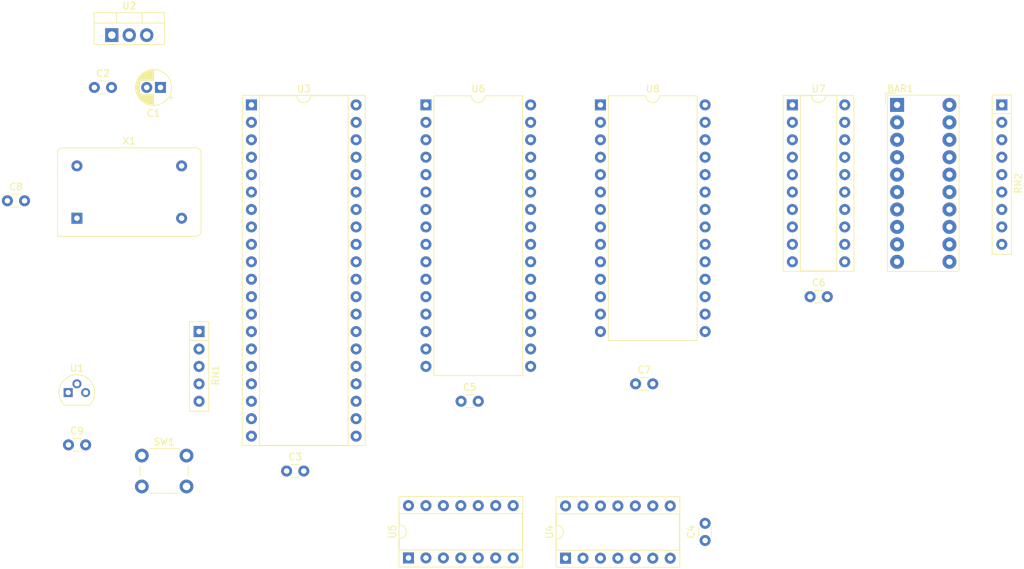
<source format=kicad_pcb>
(kicad_pcb (version 20221018) (generator pcbnew)
  (layers (0 "F.Cu" signal) (31 "B.Cu" signal) (34 "B.Paste" user) (35 "F.Paste" user) (36 "B.SilkS" user "B.Silkscreen") (37 "F.SilkS" user "F.Silkscreen") (38 "B.Mask" user) (39 "F.Mask" user) (44 "Edge.Cuts" user))
  (net 0 "")
  (net 1 "Net-(U7-Q0)")
  (net 2 "Net-(U7-Q1)")
  (net 3 "Net-(U7-Q2)")
  (net 4 "Net-(U7-Q3)")
  (net 5 "Net-(U7-Q4)")
  (net 6 "Net-(U7-Q5)")
  (net 7 "Net-(U7-Q6)")
  (net 8 "Net-(U7-Q7)")
  (net 13 "Net-(RN2-R8)")
  (net 14 "Net-(RN2-R7)")
  (net 15 "Net-(RN2-R6)")
  (net 16 "Net-(RN2-R5)")
  (net 17 "Net-(RN2-R4)")
  (net 18 "Net-(RN2-R3)")
  (net 19 "Net-(RN2-R2)")
  (net 20 "Net-(RN2-R1)")
  (net 21 "+9V")
  (net 22 "GND")
  (net 23 "+5V")
  (net 24 "Net-(RN1-R1)")
  (net 25 "Net-(RN1-R2)")
  (net 26 "Net-(RN1-R3)")
  (net 27 "Net-(RN1-R4)")
  (net 28 "~{RES}")
  (net 29 "A_{11}")
  (net 30 "A_{12}")
  (net 31 "A_{13}")
  (net 32 "A_{14}")
  (net 33 "A_{15}")
  (net 34 "CLK")
  (net 35 "D_{4}")
  (net 36 "D_{3}")
  (net 37 "D_{5}")
  (net 38 "D_{6}")
  (net 39 "D_{2}")
  (net 40 "D_{7}")
  (net 41 "D_{0}")
  (net 42 "D_{1}")
  (net 44 "~{MREQ}")
  (net 45 "~{IORQ}")
  (net 46 "~{RD}")
  (net 47 "~{WD}")
  (net 51 "A_{0}")
  (net 52 "A_{1}")
  (net 53 "A_{2}")
  (net 54 "A_{3}")
  (net 55 "A_{4}")
  (net 56 "A_{5}")
  (net 57 "A_{6}")
  (net 58 "A_{7}")
  (net 59 "A_{8}")
  (net 60 "A_{9}")
  (net 61 "A_{10}")
  (net 62 "Net-(U4-Pad12)")
  (net 63 "RAM~{EN}")
  (net 64 "Net-(U4-Pad13)")
  (net 65 "ROM~{EN}")
  (net 66 "~{M1}")
  (net 67 "Net-(U5-Pad3)")
  (net 68 "IO~{EN}")
  (footprint "Package_DIP:DIP-28_W15.24mm" (layer "F.Cu") (at 104.14 48.26)
    (fp_text reference "U8" (at 7.62 -2.33) (layer "F.SilkS"))
    (fp_text value "27C512")
    (fp_line (start 1.16 -1.33) (end 1.16 34.35) (stroke (width 0.12)) (layer "F.SilkS"))
    (fp_line (start 1.16 34.35) (end 14.08 34.35) (stroke (width 0.12)) (layer "F.SilkS"))
    (fp_line (start 6.62 -1.33) (end 1.16 -1.33) (stroke (width 0.12)) (layer "F.SilkS"))
    (fp_line (start 14.08 -1.33) (end 8.62 -1.33) (stroke (width 0.12)) (layer "F.SilkS"))
    (fp_line (start 14.08 34.35) (end 14.08 -1.33) (stroke (width 0.12)) (layer "F.SilkS"))
    (fp_arc (start 8.62 -1.33) (mid 7.62 -0.33) (end 6.62 -1.33) (stroke (width 0.12)) (layer "F.SilkS"))
    (pad "1" thru_hole rect (at 0 0) (size 1.6 1.6) (drill 0.8) (layers "*.Cu" "*.Mask"))
    (pad "2" thru_hole oval (at 0 2.54) (size 1.6 1.6) (drill 0.8) (layers "*.Cu" "*.Mask") (net 30 "A_{12}"))
    (pad "3" thru_hole oval (at 0 5.08) (size 1.6 1.6) (drill 0.8) (layers "*.Cu" "*.Mask") (net 58 "A_{7}"))
    (pad "4" thru_hole oval (at 0 7.62) (size 1.6 1.6) (drill 0.8) (layers "*.Cu" "*.Mask") (net 57 "A_{6}"))
    (pad "5" thru_hole oval (at 0 10.16) (size 1.6 1.6) (drill 0.8) (layers "*.Cu" "*.Mask") (net 56 "A_{5}"))
    (pad "6" thru_hole oval (at 0 12.7) (size 1.6 1.6) (drill 0.8) (layers "*.Cu" "*.Mask") (net 55 "A_{4}"))
    (pad "7" thru_hole oval (at 0 15.24) (size 1.6 1.6) (drill 0.8) (layers "*.Cu" "*.Mask") (net 54 "A_{3}"))
    (pad "8" thru_hole oval (at 0 17.78) (size 1.6 1.6) (drill 0.8) (layers "*.Cu" "*.Mask") (net 53 "A_{2}"))
    (pad "9" thru_hole oval (at 0 20.32) (size 1.6 1.6) (drill 0.8) (layers "*.Cu" "*.Mask") (net 52 "A_{1}"))
    (pad "10" thru_hole oval (at 0 22.86) (size 1.6 1.6) (drill 0.8) (layers "*.Cu" "*.Mask") (net 51 "A_{0}"))
    (pad "11" thru_hole oval (at 0 25.4) (size 1.6 1.6) (drill 0.8) (layers "*.Cu" "*.Mask") (net 41 "D_{0}"))
    (pad "12" thru_hole oval (at 0 27.94) (size 1.6 1.6) (drill 0.8) (layers "*.Cu" "*.Mask") (net 42 "D_{1}"))
    (pad "13" thru_hole oval (at 0 30.48) (size 1.6 1.6) (drill 0.8) (layers "*.Cu" "*.Mask") (net 39 "D_{2}"))
    (pad "14" thru_hole oval (at 0 33.02) (size 1.6 1.6) (drill 0.8) (layers "*.Cu" "*.Mask") (net 22 "GND"))
    (pad "15" thru_hole oval (at 15.24 33.02) (size 1.6 1.6) (drill 0.8) (layers "*.Cu" "*.Mask") (net 36 "D_{3}"))
    (pad "16" thru_hole oval (at 15.24 30.48) (size 1.6 1.6) (drill 0.8) (layers "*.Cu" "*.Mask") (net 35 "D_{4}"))
    (pad "17" thru_hole oval (at 15.24 27.94) (size 1.6 1.6) (drill 0.8) (layers "*.Cu" "*.Mask") (net 37 "D_{5}"))
    (pad "18" thru_hole oval (at 15.24 25.4) (size 1.6 1.6) (drill 0.8) (layers "*.Cu" "*.Mask") (net 38 "D_{6}"))
    (pad "19" thru_hole oval (at 15.24 22.86) (size 1.6 1.6) (drill 0.8) (layers "*.Cu" "*.Mask") (net 40 "D_{7}"))
    (pad "20" thru_hole oval (at 15.24 20.32) (size 1.6 1.6) (drill 0.8) (layers "*.Cu" "*.Mask") (net 65 "ROM~{EN}"))
    (pad "21" thru_hole oval (at 15.24 17.78) (size 1.6 1.6) (drill 0.8) (layers "*.Cu" "*.Mask") (net 61 "A_{10}"))
    (pad "22" thru_hole oval (at 15.24 15.24) (size 1.6 1.6) (drill 0.8) (layers "*.Cu" "*.Mask") (net 46 "~{RD}"))
    (pad "23" thru_hole oval (at 15.24 12.7) (size 1.6 1.6) (drill 0.8) (layers "*.Cu" "*.Mask") (net 29 "A_{11}"))
    (pad "24" thru_hole oval (at 15.24 10.16) (size 1.6 1.6) (drill 0.8) (layers "*.Cu" "*.Mask") (net 60 "A_{9}"))
    (pad "25" thru_hole oval (at 15.24 7.62) (size 1.6 1.6) (drill 0.8) (layers "*.Cu" "*.Mask") (net 59 "A_{8}"))
    (pad "26" thru_hole oval (at 15.24 5.08) (size 1.6 1.6) (drill 0.8) (layers "*.Cu" "*.Mask") (net 31 "A_{13}"))
    (pad "27" thru_hole oval (at 15.24 2.54) (size 1.6 1.6) (drill 0.8) (layers "*.Cu" "*.Mask") (net 32 "A_{14}"))
    (pad "28" thru_hole oval (at 15.24 0) (size 1.6 1.6) (drill 0.8) (layers "*.Cu" "*.Mask") (net 23 "+5V"))
  )
  (footprint "Capacitor_THT:C_Disc_D3.0mm_W1.6mm_P2.50mm" (layer "F.Cu") (at 83.86 91.44)
    (fp_text reference "C5" (at 1.25 -2.05) (layer "F.SilkS"))
    (fp_text value "0.1uF")
    (fp_line (start 0.621 -0.92) (end 1.879 -0.92) (stroke (width 0.12)) (layer "F.SilkS"))
    (fp_line (start 0.621 0.92) (end 1.879 0.92) (stroke (width 0.12)) (layer "F.SilkS"))
    (pad "1" thru_hole circle (at 0 0) (size 1.6 1.6) (drill 0.8) (layers "*.Cu" "*.Mask") (net 23 "+5V"))
    (pad "2" thru_hole circle (at 2.5 0) (size 1.6 1.6) (drill 0.8) (layers "*.Cu" "*.Mask") (net 22 "GND"))
  )
  (footprint "Package_DIP:DIP-40_W15.24mm_Socket" (layer "F.Cu") (at 53.34 48.26)
    (fp_text reference "U3" (at 7.62 -2.33) (layer "F.SilkS"))
    (fp_text value "Z80CPU")
    (fp_line (start -1.33 -1.39) (end -1.33 49.65) (stroke (width 0.12)) (layer "F.SilkS"))
    (fp_line (start -1.33 49.65) (end 16.57 49.65) (stroke (width 0.12)) (layer "F.SilkS"))
    (fp_line (start 1.16 -1.33) (end 1.16 49.59) (stroke (width 0.12)) (layer "F.SilkS"))
    (fp_line (start 1.16 49.59) (end 14.08 49.59) (stroke (width 0.12)) (layer "F.SilkS"))
    (fp_line (start 6.62 -1.33) (end 1.16 -1.33) (stroke (width 0.12)) (layer "F.SilkS"))
    (fp_line (start 14.08 -1.33) (end 8.62 -1.33) (stroke (width 0.12)) (layer "F.SilkS"))
    (fp_line (start 14.08 49.59) (end 14.08 -1.33) (stroke (width 0.12)) (layer "F.SilkS"))
    (fp_line (start 16.57 -1.39) (end -1.33 -1.39) (stroke (width 0.12)) (layer "F.SilkS"))
    (fp_line (start 16.57 49.65) (end 16.57 -1.39) (stroke (width 0.12)) (layer "F.SilkS"))
    (fp_arc (start 8.62 -1.33) (mid 7.62 -0.33) (end 6.62 -1.33) (stroke (width 0.12)) (layer "F.SilkS"))
    (pad "1" thru_hole rect (at 0 0) (size 1.6 1.6) (drill 0.8) (layers "*.Cu" "*.Mask") (net 29 "A_{11}"))
    (pad "2" thru_hole oval (at 0 2.54) (size 1.6 1.6) (drill 0.8) (layers "*.Cu" "*.Mask") (net 30 "A_{12}"))
    (pad "3" thru_hole oval (at 0 5.08) (size 1.6 1.6) (drill 0.8) (layers "*.Cu" "*.Mask") (net 31 "A_{13}"))
    (pad "4" thru_hole oval (at 0 7.62) (size 1.6 1.6) (drill 0.8) (layers "*.Cu" "*.Mask") (net 32 "A_{14}"))
    (pad "5" thru_hole oval (at 0 10.16) (size 1.6 1.6) (drill 0.8) (layers "*.Cu" "*.Mask") (net 33 "A_{15}"))
    (pad "6" thru_hole oval (at 0 12.7) (size 1.6 1.6) (drill 0.8) (layers "*.Cu" "*.Mask") (net 34 "CLK"))
    (pad "7" thru_hole oval (at 0 15.24) (size 1.6 1.6) (drill 0.8) (layers "*.Cu" "*.Mask") (net 35 "D_{4}"))
    (pad "8" thru_hole oval (at 0 17.78) (size 1.6 1.6) (drill 0.8) (layers "*.Cu" "*.Mask") (net 36 "D_{3}"))
    (pad "9" thru_hole oval (at 0 20.32) (size 1.6 1.6) (drill 0.8) (layers "*.Cu" "*.Mask") (net 37 "D_{5}"))
    (pad "10" thru_hole oval (at 0 22.86) (size 1.6 1.6) (drill 0.8) (layers "*.Cu" "*.Mask") (net 38 "D_{6}"))
    (pad "11" thru_hole oval (at 0 25.4) (size 1.6 1.6) (drill 0.8) (layers "*.Cu" "*.Mask") (net 23 "+5V"))
    (pad "12" thru_hole oval (at 0 27.94) (size 1.6 1.6) (drill 0.8) (layers "*.Cu" "*.Mask") (net 39 "D_{2}"))
    (pad "13" thru_hole oval (at 0 30.48) (size 1.6 1.6) (drill 0.8) (layers "*.Cu" "*.Mask") (net 40 "D_{7}"))
    (pad "14" thru_hole oval (at 0 33.02) (size 1.6 1.6) (drill 0.8) (layers "*.Cu" "*.Mask") (net 41 "D_{0}"))
    (pad "15" thru_hole oval (at 0 35.56) (size 1.6 1.6) (drill 0.8) (layers "*.Cu" "*.Mask") (net 42 "D_{1}"))
    (pad "16" thru_hole oval (at 0 38.1) (size 1.6 1.6) (drill 0.8) (layers "*.Cu" "*.Mask") (net 26 "Net-(RN1-R3)"))
    (pad "17" thru_hole oval (at 0 40.64) (size 1.6 1.6) (drill 0.8) (layers "*.Cu" "*.Mask") (net 27 "Net-(RN1-R4)"))
    (pad "18" thru_hole oval (at 0 43.18) (size 1.6 1.6) (drill 0.8) (layers "*.Cu" "*.Mask"))
    (pad "19" thru_hole oval (at 0 45.72) (size 1.6 1.6) (drill 0.8) (layers "*.Cu" "*.Mask") (net 44 "~{MREQ}"))
    (pad "20" thru_hole oval (at 0 48.26) (size 1.6 1.6) (drill 0.8) (layers "*.Cu" "*.Mask") (net 45 "~{IORQ}"))
    (pad "21" thru_hole oval (at 15.24 48.26) (size 1.6 1.6) (drill 0.8) (layers "*.Cu" "*.Mask") (net 46 "~{RD}"))
    (pad "22" thru_hole oval (at 15.24 45.72) (size 1.6 1.6) (drill 0.8) (layers "*.Cu" "*.Mask") (net 47 "~{WD}"))
    (pad "23" thru_hole oval (at 15.24 43.18) (size 1.6 1.6) (drill 0.8) (layers "*.Cu" "*.Mask"))
    (pad "24" thru_hole oval (at 15.24 40.64) (size 1.6 1.6) (drill 0.8) (layers "*.Cu" "*.Mask") (net 25 "Net-(RN1-R2)"))
    (pad "25" thru_hole oval (at 15.24 38.1) (size 1.6 1.6) (drill 0.8) (layers "*.Cu" "*.Mask") (net 24 "Net-(RN1-R1)"))
    (pad "26" thru_hole oval (at 15.24 35.56) (size 1.6 1.6) (drill 0.8) (layers "*.Cu" "*.Mask") (net 28 "~{RES}"))
    (pad "27" thru_hole oval (at 15.24 33.02) (size 1.6 1.6) (drill 0.8) (layers "*.Cu" "*.Mask") (net 66 "~{M1}"))
    (pad "28" thru_hole oval (at 15.24 30.48) (size 1.6 1.6) (drill 0.8) (layers "*.Cu" "*.Mask"))
    (pad "29" thru_hole oval (at 15.24 27.94) (size 1.6 1.6) (drill 0.8) (layers "*.Cu" "*.Mask") (net 22 "GND"))
    (pad "30" thru_hole oval (at 15.24 25.4) (size 1.6 1.6) (drill 0.8) (layers "*.Cu" "*.Mask") (net 51 "A_{0}"))
    (pad "31" thru_hole oval (at 15.24 22.86) (size 1.6 1.6) (drill 0.8) (layers "*.Cu" "*.Mask") (net 52 "A_{1}"))
    (pad "32" thru_hole oval (at 15.24 20.32) (size 1.6 1.6) (drill 0.8) (layers "*.Cu" "*.Mask") (net 53 "A_{2}"))
    (pad "33" thru_hole oval (at 15.24 17.78) (size 1.6 1.6) (drill 0.8) (layers "*.Cu" "*.Mask") (net 54 "A_{3}"))
    (pad "34" thru_hole oval (at 15.24 15.24) (size 1.6 1.6) (drill 0.8) (layers "*.Cu" "*.Mask") (net 55 "A_{4}"))
    (pad "35" thru_hole oval (at 15.24 12.7) (size 1.6 1.6) (drill 0.8) (layers "*.Cu" "*.Mask") (net 56 "A_{5}"))
    (pad "36" thru_hole oval (at 15.24 10.16) (size 1.6 1.6) (drill 0.8) (layers "*.Cu" "*.Mask") (net 57 "A_{6}"))
    (pad "37" thru_hole oval (at 15.24 7.62) (size 1.6 1.6) (drill 0.8) (layers "*.Cu" "*.Mask") (net 58 "A_{7}"))
    (pad "38" thru_hole oval (at 15.24 5.08) (size 1.6 1.6) (drill 0.8) (layers "*.Cu" "*.Mask") (net 59 "A_{8}"))
    (pad "39" thru_hole oval (at 15.24 2.54) (size 1.6 1.6) (drill 0.8) (layers "*.Cu" "*.Mask") (net 60 "A_{9}"))
    (pad "40" thru_hole oval (at 15.24 0) (size 1.6 1.6) (drill 0.8) (layers "*.Cu" "*.Mask") (net 61 "A_{10}"))
  )
  (footprint "Capacitor_THT:C_Disc_D3.0mm_W1.6mm_P2.50mm" (layer "F.Cu") (at 134.66 76.2)
    (fp_text reference "C6" (at 1.25 -2.05) (layer "F.SilkS"))
    (fp_text value "0.1uF")
    (fp_line (start 0.621 -0.92) (end 1.879 -0.92) (stroke (width 0.12)) (layer "F.SilkS"))
    (fp_line (start 0.621 0.92) (end 1.879 0.92) (stroke (width 0.12)) (layer "F.SilkS"))
    (pad "1" thru_hole circle (at 0 0) (size 1.6 1.6) (drill 0.8) (layers "*.Cu" "*.Mask") (net 23 "+5V"))
    (pad "2" thru_hole circle (at 2.5 0) (size 1.6 1.6) (drill 0.8) (layers "*.Cu" "*.Mask") (net 22 "GND"))
  )
  (footprint "Capacitor_THT:C_Disc_D3.0mm_W1.6mm_P2.50mm" (layer "F.Cu") (at 58.46 101.6)
    (fp_text reference "C3" (at 1.25 -2.05) (layer "F.SilkS"))
    (fp_text value "0.1uF")
    (fp_line (start 0.621 -0.92) (end 1.879 -0.92) (stroke (width 0.12)) (layer "F.SilkS"))
    (fp_line (start 0.621 0.92) (end 1.879 0.92) (stroke (width 0.12)) (layer "F.SilkS"))
    (pad "1" thru_hole circle (at 0 0) (size 1.6 1.6) (drill 0.8) (layers "*.Cu" "*.Mask") (net 23 "+5V"))
    (pad "2" thru_hole circle (at 2.5 0) (size 1.6 1.6) (drill 0.8) (layers "*.Cu" "*.Mask") (net 22 "GND"))
  )
  (footprint "Button_Switch_THT:SW_PUSH_6mm" (layer "F.Cu") (at 37.39 99.35)
    (fp_text reference "SW1" (at 3.25 -2) (layer "F.SilkS"))
    (fp_text value "Reset")
    (fp_line (start -0.25 1.5) (end -0.25 3) (stroke (width 0.12)) (layer "F.SilkS"))
    (fp_line (start 1 5.5) (end 5.5 5.5) (stroke (width 0.12)) (layer "F.SilkS"))
    (fp_line (start 5.5 -1) (end 1 -1) (stroke (width 0.12)) (layer "F.SilkS"))
    (fp_line (start 6.75 3) (end 6.75 1.5) (stroke (width 0.12)) (layer "F.SilkS"))
    (pad "1" thru_hole circle (at 0 0 90) (size 2 2) (drill 1.1) (layers "*.Cu" "*.Mask"))
    (pad "1" thru_hole circle (at 6.5 0 90) (size 2 2) (drill 1.1) (layers "*.Cu" "*.Mask"))
    (pad "2" thru_hole circle (at 0 4.5 90) (size 2 2) (drill 1.1) (layers "*.Cu" "*.Mask") (net 28 "~{RES}"))
    (pad "2" thru_hole circle (at 6.5 4.5 90) (size 2 2) (drill 1.1) (layers "*.Cu" "*.Mask") (net 28 "~{RES}"))
  )
  (footprint "Resistor_THT:R_Array_SIP5" (layer "F.Cu") (at 45.72 81.28 -90)
    (fp_text reference "RN1" (at 6.35 -2.4 90) (layer "F.SilkS"))
    (fp_text value "5K")
    (fp_line (start -1.44 -1.4) (end -1.44 1.4) (stroke (width 0.12)) (layer "F.SilkS"))
    (fp_line (start -1.44 1.4) (end 11.6 1.4) (stroke (width 0.12)) (layer "F.SilkS"))
    (fp_line (start 1.27 -1.4) (end 1.27 1.4) (stroke (width 0.12)) (layer "F.SilkS"))
    (fp_line (start 11.6 -1.4) (end -1.44 -1.4) (stroke (width 0.12)) (layer "F.SilkS"))
    (fp_line (start 11.6 1.4) (end 11.6 -1.4) (stroke (width 0.12)) (layer "F.SilkS"))
    (pad "1" thru_hole rect (at 0 0 270) (size 1.6 1.6) (drill 0.8) (layers "*.Cu" "*.Mask") (net 23 "+5V"))
    (pad "2" thru_hole oval (at 2.54 0 270) (size 1.6 1.6) (drill 0.8) (layers "*.Cu" "*.Mask") (net 24 "Net-(RN1-R1)"))
    (pad "3" thru_hole oval (at 5.08 0 270) (size 1.6 1.6) (drill 0.8) (layers "*.Cu" "*.Mask") (net 25 "Net-(RN1-R2)"))
    (pad "4" thru_hole oval (at 7.62 0 270) (size 1.6 1.6) (drill 0.8) (layers "*.Cu" "*.Mask") (net 26 "Net-(RN1-R3)"))
    (pad "5" thru_hole oval (at 10.16 0 270) (size 1.6 1.6) (drill 0.8) (layers "*.Cu" "*.Mask") (net 27 "Net-(RN1-R4)"))
  )
  (footprint "Package_DIP:DIP-14_W7.62mm_Socket" (layer "F.Cu") (at 99.06 114.3 90)
    (fp_text reference "U4" (at 3.81 -2.33 90) (layer "F.SilkS"))
    (fp_text value "74HC00")
    (fp_line (start -1.33 -1.39) (end -1.33 16.63) (stroke (width 0.12)) (layer "F.SilkS"))
    (fp_line (start -1.33 16.63) (end 8.95 16.63) (stroke (width 0.12)) (layer "F.SilkS"))
    (fp_line (start 1.16 -1.33) (end 1.16 16.57) (stroke (width 0.12)) (layer "F.SilkS"))
    (fp_line (start 1.16 16.57) (end 6.46 16.57) (stroke (width 0.12)) (layer "F.SilkS"))
    (fp_line (start 2.81 -1.33) (end 1.16 -1.33) (stroke (width 0.12)) (layer "F.SilkS"))
    (fp_line (start 6.46 -1.33) (end 4.81 -1.33) (stroke (width 0.12)) (layer "F.SilkS"))
    (fp_line (start 6.46 16.57) (end 6.46 -1.33) (stroke (width 0.12)) (layer "F.SilkS"))
    (fp_line (start 8.95 -1.39) (end -1.33 -1.39) (stroke (width 0.12)) (layer "F.SilkS"))
    (fp_line (start 8.95 16.63) (end 8.95 -1.39) (stroke (width 0.12)) (layer "F.SilkS"))
    (fp_arc (start 4.81 -1.33) (mid 3.81 -0.33) (end 2.81 -1.33) (stroke (width 0.12)) (layer "F.SilkS"))
    (pad "1" thru_hole rect (at 0 0 90) (size 1.6 1.6) (drill 0.8) (layers "*.Cu" "*.Mask") (net 44 "~{MREQ}"))
    (pad "2" thru_hole oval (at 0 2.54 90) (size 1.6 1.6) (drill 0.8) (layers "*.Cu" "*.Mask") (net 44 "~{MREQ}"))
    (pad "3" thru_hole oval (at 0 5.08 90) (size 1.6 1.6) (drill 0.8) (layers "*.Cu" "*.Mask") (net 62 "Net-(U4-Pad12)"))
    (pad "4" thru_hole oval (at 0 7.62 90) (size 1.6 1.6) (drill 0.8) (layers "*.Cu" "*.Mask") (net 62 "Net-(U4-Pad12)"))
    (pad "5" thru_hole oval (at 0 10.16 90) (size 1.6 1.6) (drill 0.8) (layers "*.Cu" "*.Mask") (net 33 "A_{15}"))
    (pad "6" thru_hole oval (at 0 12.7 90) (size 1.6 1.6) (drill 0.8) (layers "*.Cu" "*.Mask") (net 63 "RAM~{EN}"))
    (pad "7" thru_hole oval (at 0 15.24 90) (size 1.6 1.6) (drill 0.8) (layers "*.Cu" "*.Mask") (net 22 "GND"))
    (pad "8" thru_hole oval (at 7.62 15.24 90) (size 1.6 1.6) (drill 0.8) (layers "*.Cu" "*.Mask") (net 64 "Net-(U4-Pad13)"))
    (pad "9" thru_hole oval (at 7.62 12.7 90) (size 1.6 1.6) (drill 0.8) (layers "*.Cu" "*.Mask") (net 33 "A_{15}"))
    (pad "10" thru_hole oval (at 7.62 10.16 90) (size 1.6 1.6) (drill 0.8) (layers "*.Cu" "*.Mask") (net 33 "A_{15}"))
    (pad "11" thru_hole oval (at 7.62 7.62 90) (size 1.6 1.6) (drill 0.8) (layers "*.Cu" "*.Mask") (net 65 "ROM~{EN}"))
    (pad "12" thru_hole oval (at 7.62 5.08 90) (size 1.6 1.6) (drill 0.8) (layers "*.Cu" "*.Mask") (net 62 "Net-(U4-Pad12)"))
    (pad "13" thru_hole oval (at 7.62 2.54 90) (size 1.6 1.6) (drill 0.8) (layers "*.Cu" "*.Mask") (net 64 "Net-(U4-Pad13)"))
    (pad "14" thru_hole oval (at 7.62 0 90) (size 1.6 1.6) (drill 0.8) (layers "*.Cu" "*.Mask") (net 23 "+5V"))
  )
  (footprint "Capacitor_THT:C_Disc_D3.0mm_W1.6mm_P2.50mm" (layer "F.Cu") (at 30.48 45.72)
    (fp_text reference "C2" (at 1.25 -2.05) (layer "F.SilkS"))
    (fp_text value "0.1uF")
    (fp_line (start 0.621 -0.92) (end 1.879 -0.92) (stroke (width 0.12)) (layer "F.SilkS"))
    (fp_line (start 0.621 0.92) (end 1.879 0.92) (stroke (width 0.12)) (layer "F.SilkS"))
    (pad "1" thru_hole circle (at 0 0) (size 1.6 1.6) (drill 0.8) (layers "*.Cu" "*.Mask") (net 23 "+5V"))
    (pad "2" thru_hole circle (at 2.5 0) (size 1.6 1.6) (drill 0.8) (layers "*.Cu" "*.Mask") (net 22 "GND"))
  )
  (footprint "Oscillator:Oscillator_DIP-14" (layer "F.Cu") (at 27.94 64.77)
    (fp_text reference "X1" (at 7.62 -11.26) (layer "F.SilkS"))
    (fp_text value "4 MHz")
    (fp_line (start -2.83 -9.51) (end -2.83 2.64) (stroke (width 0.12)) (layer "F.SilkS"))
    (fp_line (start -2.83 2.64) (end 17.32 2.64) (stroke (width 0.12)) (layer "F.SilkS"))
    (fp_line (start 17.32 -10.26) (end -2.08 -10.26) (stroke (width 0.12)) (layer "F.SilkS"))
    (fp_line (start 18.07 1.89) (end 18.07 -9.51) (stroke (width 0.12)) (layer "F.SilkS"))
    (fp_arc (start -2.83 -9.51) (mid -2.61033 -10.04033) (end -2.08 -10.26) (stroke (width 0.12)) (layer "F.SilkS"))
    (fp_arc (start 17.32 -10.26) (mid 17.85033 -10.04033) (end 18.07 -9.51) (stroke (width 0.12)) (layer "F.SilkS"))
    (fp_arc (start 18.07 1.89) (mid 17.85033 2.42033) (end 17.32 2.64) (stroke (width 0.12)) (layer "F.SilkS"))
    (pad "1" thru_hole rect (at 0 0) (size 1.6 1.6) (drill 0.8) (layers "*.Cu" "*.Mask"))
    (pad "7" thru_hole circle (at 15.24 0) (size 1.6 1.6) (drill 0.8) (layers "*.Cu" "*.Mask") (net 22 "GND"))
    (pad "8" thru_hole circle (at 15.24 -7.62) (size 1.6 1.6) (drill 0.8) (layers "*.Cu" "*.Mask") (net 34 "CLK"))
    (pad "14" thru_hole circle (at 0 -7.62) (size 1.6 1.6) (drill 0.8) (layers "*.Cu" "*.Mask") (net 23 "+5V"))
  )
  (footprint "Package_DIP:DIP-20_W7.62mm_Socket" (layer "F.Cu") (at 132.08 48.26)
    (fp_text reference "U7" (at 3.81 -2.33) (layer "F.SilkS"))
    (fp_text value "74HC273")
    (fp_line (start -1.33 -1.39) (end -1.33 24.25) (stroke (width 0.12)) (layer "F.SilkS"))
    (fp_line (start -1.33 24.25) (end 8.95 24.25) (stroke (width 0.12)) (layer "F.SilkS"))
    (fp_line (start 1.16 -1.33) (end 1.16 24.19) (stroke (width 0.12)) (layer "F.SilkS"))
    (fp_line (start 1.16 24.19) (end 6.46 24.19) (stroke (width 0.12)) (layer "F.SilkS"))
    (fp_line (start 2.81 -1.33) (end 1.16 -1.33) (stroke (width 0.12)) (layer "F.SilkS"))
    (fp_line (start 6.46 -1.33) (end 4.81 -1.33) (stroke (width 0.12)) (layer "F.SilkS"))
    (fp_line (start 6.46 24.19) (end 6.46 -1.33) (stroke (width 0.12)) (layer "F.SilkS"))
    (fp_line (start 8.95 -1.39) (end -1.33 -1.39) (stroke (width 0.12)) (layer "F.SilkS"))
    (fp_line (start 8.95 24.25) (end 8.95 -1.39) (stroke (width 0.12)) (layer "F.SilkS"))
    (fp_arc (start 4.81 -1.33) (mid 3.81 -0.33) (end 2.81 -1.33) (stroke (width 0.12)) (layer "F.SilkS"))
    (pad "1" thru_hole rect (at 0 0) (size 1.6 1.6) (drill 0.8) (layers "*.Cu" "*.Mask") (net 28 "~{RES}"))
    (pad "2" thru_hole oval (at 0 2.54) (size 1.6 1.6) (drill 0.8) (layers "*.Cu" "*.Mask") (net 1 "Net-(U7-Q0)"))
    (pad "3" thru_hole oval (at 0 5.08) (size 1.6 1.6) (drill 0.8) (layers "*.Cu" "*.Mask") (net 41 "D_{0}"))
    (pad "4" thru_hole oval (at 0 7.62) (size 1.6 1.6) (drill 0.8) (layers "*.Cu" "*.Mask") (net 42 "D_{1}"))
    (pad "5" thru_hole oval (at 0 10.16) (size 1.6 1.6) (drill 0.8) (layers "*.Cu" "*.Mask") (net 2 "Net-(U7-Q1)"))
    (pad "6" thru_hole oval (at 0 12.7) (size 1.6 1.6) (drill 0.8) (layers "*.Cu" "*.Mask") (net 3 "Net-(U7-Q2)"))
    (pad "7" thru_hole oval (at 0 15.24) (size 1.6 1.6) (drill 0.8) (layers "*.Cu" "*.Mask") (net 39 "D_{2}"))
    (pad "8" thru_hole oval (at 0 17.78) (size 1.6 1.6) (drill 0.8) (layers "*.Cu" "*.Mask") (net 36 "D_{3}"))
    (pad "9" thru_hole oval (at 0 20.32) (size 1.6 1.6) (drill 0.8) (layers "*.Cu" "*.Mask") (net 4 "Net-(U7-Q3)"))
    (pad "10" thru_hole oval (at 0 22.86) (size 1.6 1.6) (drill 0.8) (layers "*.Cu" "*.Mask") (net 22 "GND"))
    (pad "11" thru_hole oval (at 7.62 22.86) (size 1.6 1.6) (drill 0.8) (layers "*.Cu" "*.Mask") (net 68 "IO~{EN}"))
    (pad "12" thru_hole oval (at 7.62 20.32) (size 1.6 1.6) (drill 0.8) (layers "*.Cu" "*.Mask") (net 5 "Net-(U7-Q4)"))
    (pad "13" thru_hole oval (at 7.62 17.78) (size 1.6 1.6) (drill 0.8) (layers "*.Cu" "*.Mask") (net 35 "D_{4}"))
    (pad "14" thru_hole oval (at 7.62 15.24) (size 1.6 1.6) (drill 0.8) (layers "*.Cu" "*.Mask") (net 37 "D_{5}"))
    (pad "15" thru_hole oval (at 7.62 12.7) (size 1.6 1.6) (drill 0.8) (layers "*.Cu" "*.Mask") (net 6 "Net-(U7-Q5)"))
    (pad "16" thru_hole oval (at 7.62 10.16) (size 1.6 1.6) (drill 0.8) (layers "*.Cu" "*.Mask") (net 7 "Net-(U7-Q6)"))
    (pad "17" thru_hole oval (at 7.62 7.62) (size 1.6 1.6) (drill 0.8) (layers "*.Cu" "*.Mask") (net 38 "D_{6}"))
    (pad "18" thru_hole oval (at 7.62 5.08) (size 1.6 1.6) (drill 0.8) (layers "*.Cu" "*.Mask") (net 40 "D_{7}"))
    (pad "19" thru_hole oval (at 7.62 2.54) (size 1.6 1.6) (drill 0.8) (layers "*.Cu" "*.Mask") (net 8 "Net-(U7-Q7)"))
    (pad "20" thru_hole oval (at 7.62 0) (size 1.6 1.6) (drill 0.8) (layers "*.Cu" "*.Mask") (net 23 "+5V"))
  )
  (footprint "Capacitor_THT:C_Disc_D3.0mm_W1.6mm_P2.50mm" (layer "F.Cu") (at 26.71 97.79)
    (fp_text reference "C9" (at 1.25 -2.05) (layer "F.SilkS"))
    (fp_text value "0.1uF")
    (fp_line (start 0.621 -0.92) (end 1.879 -0.92) (stroke (width 0.12)) (layer "F.SilkS"))
    (fp_line (start 0.621 0.92) (end 1.879 0.92) (stroke (width 0.12)) (layer "F.SilkS"))
    (pad "1" thru_hole circle (at 0 0) (size 1.6 1.6) (drill 0.8) (layers "*.Cu" "*.Mask") (net 23 "+5V"))
    (pad "2" thru_hole circle (at 2.5 0) (size 1.6 1.6) (drill 0.8) (layers "*.Cu" "*.Mask") (net 22 "GND"))
  )
  (footprint "Package_TO_SOT_THT:TO-220-3_Vertical" (layer "F.Cu") (at 33.02 38.1)
    (fp_text reference "U2" (at 2.54 -4.27) (layer "F.SilkS"))
    (fp_text value "L7805")
    (fp_line (start -2.58 -3.27) (end -2.58 1.371) (stroke (width 0.12)) (layer "F.SilkS"))
    (fp_line (start -2.58 -3.27) (end 7.66 -3.27) (stroke (width 0.12)) (layer "F.SilkS"))
    (fp_line (start -2.58 -1.76) (end 7.66 -1.76) (stroke (width 0.12)) (layer "F.SilkS"))
    (fp_line (start -2.58 1.371) (end 7.66 1.371) (stroke (width 0.12)) (layer "F.SilkS"))
    (fp_line (start 0.69 -3.27) (end 0.69 -1.76) (stroke (width 0.12)) (layer "F.SilkS"))
    (fp_line (start 4.391 -3.27) (end 4.391 -1.76) (stroke (width 0.12)) (layer "F.SilkS"))
    (fp_line (start 7.66 -3.27) (end 7.66 1.371) (stroke (width 0.12)) (layer "F.SilkS"))
    (pad "1" thru_hole rect (at 0 0) (size 1.905 2) (drill 1.1) (layers "*.Cu" "*.Mask") (net 21 "+9V"))
    (pad "2" thru_hole oval (at 2.54 0) (size 1.905 2) (drill 1.1) (layers "*.Cu" "*.Mask") (net 22 "GND"))
    (pad "3" thru_hole oval (at 5.08 0) (size 1.905 2) (drill 1.1) (layers "*.Cu" "*.Mask") (net 23 "+5V"))
  )
  (footprint "Capacitor_THT:C_Disc_D3.0mm_W1.6mm_P2.50mm" (layer "F.Cu") (at 119.38 111.72 90)
    (fp_text reference "C4" (at 1.25 -2.05 90) (layer "F.SilkS"))
    (fp_text value "0.1uF")
    (fp_line (start 0.621 -0.92) (end 1.879 -0.92) (stroke (width 0.12)) (layer "F.SilkS"))
    (fp_line (start 0.621 0.92) (end 1.879 0.92) (stroke (width 0.12)) (layer "F.SilkS"))
    (pad "1" thru_hole circle (at 0 0 90) (size 1.6 1.6) (drill 0.8) (layers "*.Cu" "*.Mask") (net 23 "+5V"))
    (pad "2" thru_hole circle (at 2.5 0 90) (size 1.6 1.6) (drill 0.8) (layers "*.Cu" "*.Mask") (net 22 "GND"))
  )
  (footprint "Capacitor_THT:C_Disc_D3.0mm_W1.6mm_P2.50mm" (layer "F.Cu") (at 109.26 88.9)
    (fp_text reference "C7" (at 1.25 -2.05) (layer "F.SilkS"))
    (fp_text value "0.1uF")
    (fp_line (start 0.621 -0.92) (end 1.879 -0.92) (stroke (width 0.12)) (layer "F.SilkS"))
    (fp_line (start 0.621 0.92) (end 1.879 0.92) (stroke (width 0.12)) (layer "F.SilkS"))
    (pad "1" thru_hole circle (at 0 0) (size 1.6 1.6) (drill 0.8) (layers "*.Cu" "*.Mask") (net 23 "+5V"))
    (pad "2" thru_hole circle (at 2.5 0) (size 1.6 1.6) (drill 0.8) (layers "*.Cu" "*.Mask") (net 22 "GND"))
  )
  (footprint "Capacitor_THT:C_Disc_D3.0mm_W1.6mm_P2.50mm" (layer "F.Cu") (at 17.82 62.23)
    (fp_text reference "C8" (at 1.25 -2.05) (layer "F.SilkS"))
    (fp_text value "0.1uF")
    (fp_line (start 0.621 -0.92) (end 1.879 -0.92) (stroke (width 0.12)) (layer "F.SilkS"))
    (fp_line (start 0.621 0.92) (end 1.879 0.92) (stroke (width 0.12)) (layer "F.SilkS"))
    (pad "1" thru_hole circle (at 0 0) (size 1.6 1.6) (drill 0.8) (layers "*.Cu" "*.Mask") (net 23 "+5V"))
    (pad "2" thru_hole circle (at 2.5 0) (size 1.6 1.6) (drill 0.8) (layers "*.Cu" "*.Mask") (net 22 "GND"))
  )
  (footprint "Package_DIP:DIP-32_W15.24mm" (layer "F.Cu") (at 78.74 48.26)
    (fp_text reference "U6" (at 7.62 -2.33) (layer "F.SilkS"))
    (fp_text value "AS6C4008-55PCN")
    (fp_line (start 1.16 -1.33) (end 1.16 39.43) (stroke (width 0.12)) (layer "F.SilkS"))
    (fp_line (start 1.16 39.43) (end 14.08 39.43) (stroke (width 0.12)) (layer "F.SilkS"))
    (fp_line (start 6.62 -1.33) (end 1.16 -1.33) (stroke (width 0.12)) (layer "F.SilkS"))
    (fp_line (start 14.08 -1.33) (end 8.62 -1.33) (stroke (width 0.12)) (layer "F.SilkS"))
    (fp_line (start 14.08 39.43) (end 14.08 -1.33) (stroke (width 0.12)) (layer "F.SilkS"))
    (fp_arc (start 8.62 -1.33) (mid 7.62 -0.33) (end 6.62 -1.33) (stroke (width 0.12)) (layer "F.SilkS"))
    (pad "1" thru_hole rect (at 0 0) (size 1.6 1.6) (drill 0.8) (layers "*.Cu" "*.Mask"))
    (pad "2" thru_hole oval (at 0 2.54) (size 1.6 1.6) (drill 0.8) (layers "*.Cu" "*.Mask"))
    (pad "3" thru_hole oval (at 0 5.08) (size 1.6 1.6) (drill 0.8) (layers "*.Cu" "*.Mask") (net 32 "A_{14}"))
    (pad "4" thru_hole oval (at 0 7.62) (size 1.6 1.6) (drill 0.8) (layers "*.Cu" "*.Mask") (net 30 "A_{12}"))
    (pad "5" thru_hole oval (at 0 10.16) (size 1.6 1.6) (drill 0.8) (layers "*.Cu" "*.Mask") (net 58 "A_{7}"))
    (pad "6" thru_hole oval (at 0 12.7) (size 1.6 1.6) (drill 0.8) (layers "*.Cu" "*.Mask") (net 57 "A_{6}"))
    (pad "7" thru_hole oval (at 0 15.24) (size 1.6 1.6) (drill 0.8) (layers "*.Cu" "*.Mask") (net 56 "A_{5}"))
    (pad "8" thru_hole oval (at 0 17.78) (size 1.6 1.6) (drill 0.8) (layers "*.Cu" "*.Mask") (net 55 "A_{4}"))
    (pad "9" thru_hole oval (at 0 20.32) (size 1.6 1.6) (drill 0.8) (layers "*.Cu" "*.Mask") (net 54 "A_{3}"))
    (pad "10" thru_hole oval (at 0 22.86) (size 1.6 1.6) (drill 0.8) (layers "*.Cu" "*.Mask") (net 53 "A_{2}"))
    (pad "11" thru_hole oval (at 0 25.4) (size 1.6 1.6) (drill 0.8) (layers "*.Cu" "*.Mask") (net 52 "A_{1}"))
    (pad "12" thru_hole oval (at 0 27.94) (size 1.6 1.6) (drill 0.8) (layers "*.Cu" "*.Mask") (net 51 "A_{0}"))
    (pad "13" thru_hole oval (at 0 30.48) (size 1.6 1.6) (drill 0.8) (layers "*.Cu" "*.Mask") (net 41 "D_{0}"))
    (pad "14" thru_hole oval (at 0 33.02) (size 1.6 1.6) (drill 0.8) (layers "*.Cu" "*.Mask") (net 42 "D_{1}"))
    (pad "15" thru_hole oval (at 0 35.56) (size 1.6 1.6) (drill 0.8) (layers "*.Cu" "*.Mask") (net 39 "D_{2}"))
    (pad "16" thru_hole oval (at 0 38.1) (size 1.6 1.6) (drill 0.8) (layers "*.Cu" "*.Mask") (net 22 "GND"))
    (pad "17" thru_hole oval (at 15.24 38.1) (size 1.6 1.6) (drill 0.8) (layers "*.Cu" "*.Mask") (net 36 "D_{3}"))
    (pad "18" thru_hole oval (at 15.24 35.56) (size 1.6 1.6) (drill 0.8) (layers "*.Cu" "*.Mask") (net 35 "D_{4}"))
    (pad "19" thru_hole oval (at 15.24 33.02) (size 1.6 1.6) (drill 0.8) (layers "*.Cu" "*.Mask") (net 37 "D_{5}"))
    (pad "20" thru_hole oval (at 15.24 30.48) (size 1.6 1.6) (drill 0.8) (layers "*.Cu" "*.Mask") (net 38 "D_{6}"))
    (pad "21" thru_hole oval (at 15.24 27.94) (size 1.6 1.6) (drill 0.8) (layers "*.Cu" "*.Mask") (net 40 "D_{7}"))
    (pad "22" thru_hole oval (at 15.24 25.4) (size 1.6 1.6) (drill 0.8) (layers "*.Cu" "*.Mask") (net 63 "RAM~{EN}"))
    (pad "23" thru_hole oval (at 15.24 22.86) (size 1.6 1.6) (drill 0.8) (layers "*.Cu" "*.Mask") (net 61 "A_{10}"))
    (pad "24" thru_hole oval (at 15.24 20.32) (size 1.6 1.6) (drill 0.8) (layers "*.Cu" "*.Mask") (net 46 "~{RD}"))
    (pad "25" thru_hole oval (at 15.24 17.78) (size 1.6 1.6) (drill 0.8) (layers "*.Cu" "*.Mask") (net 29 "A_{11}"))
    (pad "26" thru_hole oval (at 15.24 15.24) (size 1.6 1.6) (drill 0.8) (layers "*.Cu" "*.Mask") (net 60 "A_{9}"))
    (pad "27" thru_hole oval (at 15.24 12.7) (size 1.6 1.6) (drill 0.8) (layers "*.Cu" "*.Mask") (net 59 "A_{8}"))
    (pad "28" thru_hole oval (at 15.24 10.16) (size 1.6 1.6) (drill 0.8) (layers "*.Cu" "*.Mask") (net 31 "A_{13}"))
    (pad "29" thru_hole oval (at 15.24 7.62) (size 1.6 1.6) (drill 0.8) (layers "*.Cu" "*.Mask") (net 47 "~{WD}"))
    (pad "30" thru_hole oval (at 15.24 5.08) (size 1.6 1.6) (drill 0.8) (layers "*.Cu" "*.Mask"))
    (pad "31" thru_hole oval (at 15.24 2.54) (size 1.6 1.6) (drill 0.8) (layers "*.Cu" "*.Mask"))
    (pad "32" thru_hole oval (at 15.24 0) (size 1.6 1.6) (drill 0.8) (layers "*.Cu" "*.Mask") (net 23 "+5V"))
  )
  (footprint "Capacitor_THT:CP_Radial_D5.0mm_P2.00mm" (layer "F.Cu") (at 40.1 45.72 180)
    (fp_text reference "C1" (at 1 -3.75) (layer "F.SilkS"))
    (fp_text value "10uF")
    (fp_line (start -1.804775 -1.475) (end -1.304775 -1.475) (stroke (width 0.12)) (layer "F.SilkS"))
    (fp_line (start -1.554775 -1.725) (end -1.554775 -1.225) (stroke (width 0.12)) (layer "F.SilkS"))
    (fp_line (start 1 -2.58) (end 1 -1.04) (stroke (width 0.12)) (layer "F.SilkS"))
    (fp_line (start 1 1.04) (end 1 2.58) (stroke (width 0.12)) (layer "F.SilkS"))
    (fp_line (start 1.04 -2.58) (end 1.04 -1.04) (stroke (width 0.12)) (layer "F.SilkS"))
    (fp_line (start 1.04 1.04) (end 1.04 2.58) (stroke (width 0.12)) (layer "F.SilkS"))
    (fp_line (start 1.08 -2.579) (end 1.08 -1.04) (stroke (width 0.12)) (layer "F.SilkS"))
    (fp_line (start 1.08 1.04) (end 1.08 2.579) (stroke (width 0.12)) (layer "F.SilkS"))
    (fp_line (start 1.12 -2.578) (end 1.12 -1.04) (stroke (width 0.12)) (layer "F.SilkS"))
    (fp_line (start 1.12 1.04) (end 1.12 2.578) (stroke (width 0.12)) (layer "F.SilkS"))
    (fp_line (start 1.16 -2.576) (end 1.16 -1.04) (stroke (width 0.12)) (layer "F.SilkS"))
    (fp_line (start 1.16 1.04) (end 1.16 2.576) (stroke (width 0.12)) (layer "F.SilkS"))
    (fp_line (start 1.2 -2.573) (end 1.2 -1.04) (stroke (width 0.12)) (layer "F.SilkS"))
    (fp_line (start 1.2 1.04) (end 1.2 2.573) (stroke (width 0.12)) (layer "F.SilkS"))
    (fp_line (start 1.24 -2.569) (end 1.24 -1.04) (stroke (width 0.12)) (layer "F.SilkS"))
    (fp_line (start 1.24 1.04) (end 1.24 2.569) (stroke (width 0.12)) (layer "F.SilkS"))
    (fp_line (start 1.28 -2.565) (end 1.28 -1.04) (stroke (width 0.12)) (layer "F.SilkS"))
    (fp_line (start 1.28 1.04) (end 1.28 2.565) (stroke (width 0.12)) (layer "F.SilkS"))
    (fp_line (start 1.32 -2.561) (end 1.32 -1.04) (stroke (width 0.12)) (layer "F.SilkS"))
    (fp_line (start 1.32 1.04) (end 1.32 2.561) (stroke (width 0.12)) (layer "F.SilkS"))
    (fp_line (start 1.36 -2.556) (end 1.36 -1.04) (stroke (width 0.12)) (layer "F.SilkS"))
    (fp_line (start 1.36 1.04) (end 1.36 2.556) (stroke (width 0.12)) (layer "F.SilkS"))
    (fp_line (start 1.4 -2.55) (end 1.4 -1.04) (stroke (width 0.12)) (layer "F.SilkS"))
    (fp_line (start 1.4 1.04) (end 1.4 2.55) (stroke (width 0.12)) (layer "F.SilkS"))
    (fp_line (start 1.44 -2.543) (end 1.44 -1.04) (stroke (width 0.12)) (layer "F.SilkS"))
    (fp_line (start 1.44 1.04) (end 1.44 2.543) (stroke (width 0.12)) (layer "F.SilkS"))
    (fp_line (start 1.48 -2.536) (end 1.48 -1.04) (stroke (width 0.12)) (layer "F.SilkS"))
    (fp_line (start 1.48 1.04) (end 1.48 2.536) (stroke (width 0.12)) (layer "F.SilkS"))
    (fp_line (start 1.52 -2.528) (end 1.52 -1.04) (stroke (width 0.12)) (layer "F.SilkS"))
    (fp_line (start 1.52 1.04) (end 1.52 2.528) (stroke (width 0.12)) (layer "F.SilkS"))
    (fp_line (start 1.56 -2.52) (end 1.56 -1.04) (stroke (width 0.12)) (layer "F.SilkS"))
    (fp_line (start 1.56 1.04) (end 1.56 2.52) (stroke (width 0.12)) (layer "F.SilkS"))
    (fp_line (start 1.6 -2.511) (end 1.6 -1.04) (stroke (width 0.12)) (layer "F.SilkS"))
    (fp_line (start 1.6 1.04) (end 1.6 2.511) (stroke (width 0.12)) (layer "F.SilkS"))
    (fp_line (start 1.64 -2.501) (end 1.64 -1.04) (stroke (width 0.12)) (layer "F.SilkS"))
    (fp_line (start 1.64 1.04) (end 1.64 2.501) (stroke (width 0.12)) (layer "F.SilkS"))
    (fp_line (start 1.68 -2.491) (end 1.68 -1.04) (stroke (width 0.12)) (layer "F.SilkS"))
    (fp_line (start 1.68 1.04) (end 1.68 2.491) (stroke (width 0.12)) (layer "F.SilkS"))
    (fp_line (start 1.721 -2.48) (end 1.721 -1.04) (stroke (width 0.12)) (layer "F.SilkS"))
    (fp_line (start 1.721 1.04) (end 1.721 2.48) (stroke (width 0.12)) (layer "F.SilkS"))
    (fp_line (start 1.761 -2.468) (end 1.761 -1.04) (stroke (width 0.12)) (layer "F.SilkS"))
    (fp_line (start 1.761 1.04) (end 1.761 2.468) (stroke (width 0.12)) (layer "F.SilkS"))
    (fp_line (start 1.801 -2.455) (end 1.801 -1.04) (stroke (width 0.12)) (layer "F.SilkS"))
    (fp_line (start 1.801 1.04) (end 1.801 2.455) (stroke (width 0.12)) (layer "F.SilkS"))
    (fp_line (start 1.841 -2.442) (end 1.841 -1.04) (stroke (width 0.12)) (layer "F.SilkS"))
    (fp_line (start 1.841 1.04) (end 1.841 2.442) (stroke (width 0.12)) (layer "F.SilkS"))
    (fp_line (start 1.881 -2.428) (end 1.881 -1.04) (stroke (width 0.12)) (layer "F.SilkS"))
    (fp_line (start 1.881 1.04) (end 1.881 2.428) (stroke (width 0.12)) (layer "F.SilkS"))
    (fp_line (start 1.921 -2.414) (end 1.921 -1.04) (stroke (width 0.12)) (layer "F.SilkS"))
    (fp_line (start 1.921 1.04) (end 1.921 2.414) (stroke (width 0.12)) (layer "F.SilkS"))
    (fp_line (start 1.961 -2.398) (end 1.961 -1.04) (stroke (width 0.12)) (layer "F.SilkS"))
    (fp_line (start 1.961 1.04) (end 1.961 2.398) (stroke (width 0.12)) (layer "F.SilkS"))
    (fp_line (start 2.001 -2.382) (end 2.001 -1.04) (stroke (width 0.12)) (layer "F.SilkS"))
    (fp_line (start 2.001 1.04) (end 2.001 2.382) (stroke (width 0.12)) (layer "F.SilkS"))
    (fp_line (start 2.041 -2.365) (end 2.041 -1.04) (stroke (width 0.12)) (layer "F.SilkS"))
    (fp_line (start 2.041 1.04) (end 2.041 2.365) (stroke (width 0.12)) (layer "F.SilkS"))
    (fp_line (start 2.081 -2.348) (end 2.081 -1.04) (stroke (width 0.12)) (layer "F.SilkS"))
    (fp_line (start 2.081 1.04) (end 2.081 2.348) (stroke (width 0.12)) (layer "F.SilkS"))
    (fp_line (start 2.121 -2.329) (end 2.121 -1.04) (stroke (width 0.12)) (layer "F.SilkS"))
    (fp_line (start 2.121 1.04) (end 2.121 2.329) (stroke (width 0.12)) (layer "F.SilkS"))
    (fp_line (start 2.161 -2.31) (end 2.161 -1.04) (stroke (width 0.12)) (layer "F.SilkS"))
    (fp_line (start 2.161 1.04) (end 2.161 2.31) (stroke (width 0.12)) (layer "F.SilkS"))
    (fp_line (start 2.201 -2.29) (end 2.201 -1.04) (stroke (width 0.12)) (layer "F.SilkS"))
    (fp_line (start 2.201 1.04) (end 2.201 2.29) (stroke (width 0.12)) (layer "F.SilkS"))
    (fp_line (start 2.241 -2.268) (end 2.241 -1.04) (stroke (width 0.12)) (layer "F.SilkS"))
    (fp_line (start 2.241 1.04) (end 2.241 2.268) (stroke (width 0.12)) (layer "F.SilkS"))
    (fp_line (start 2.281 -2.247) (end 2.281 -1.04) (stroke (width 0.12)) (layer "F.SilkS"))
    (fp_line (start 2.281 1.04) (end 2.281 2.247) (stroke (width 0.12)) (layer "F.SilkS"))
    (fp_line (start 2.321 -2.224) (end 2.321 -1.04) (stroke (width 0.12)) (layer "F.SilkS"))
    (fp_line (start 2.321 1.04) (end 2.321 2.224) (stroke (width 0.12)) (layer "F.SilkS"))
    (fp_line (start 2.361 -2.2) (end 2.361 -1.04) (stroke (width 0.12)) (layer "F.SilkS"))
    (fp_line (start 2.361 1.04) (end 2.361 2.2) (stroke (width 0.12)) (layer "F.SilkS"))
    (fp_line (start 2.401 -2.175) (end 2.401 -1.04) (stroke (width 0.12)) (layer "F.SilkS"))
    (fp_line (start 2.401 1.04) (end 2.401 2.175) (stroke (width 0.12)) (layer "F.SilkS"))
    (fp_line (start 2.441 -2.149) (end 2.441 -1.04) (stroke (width 0.12)) (layer "F.SilkS"))
    (fp_line (start 2.441 1.04) (end 2.441 2.149) (stroke (width 0.12)) (layer "F.SilkS"))
    (fp_line (start 2.481 -2.122) (end 2.481 -1.04) (stroke (width 0.12)) (layer "F.SilkS"))
    (fp_line (start 2.481 1.04) (end 2.481 2.122) (stroke (width 0.12)) (layer "F.SilkS"))
    (fp_line (start 2.521 -2.095) (end 2.521 -1.04) (stroke (width 0.12)) (layer "F.SilkS"))
    (fp_line (start 2.521 1.04) (end 2.521 2.095) (stroke (width 0.12)) (layer "F.SilkS"))
    (fp_line (start 2.561 -2.065) (end 2.561 -1.04) (stroke (width 0.12)) (layer "F.SilkS"))
    (fp_line (start 2.561 1.04) (end 2.561 2.065) (stroke (width 0.12)) (layer "F.SilkS"))
    (fp_line (start 2.601 -2.035) (end 2.601 -1.04) (stroke (width 0.12)) (layer "F.SilkS"))
    (fp_line (start 2.601 1.04) (end 2.601 2.035) (stroke (width 0.12)) (layer "F.SilkS"))
    (fp_line (start 2.641 -2.004) (end 2.641 -1.04) (stroke (width 0.12)) (layer "F.SilkS"))
    (fp_line (start 2.641 1.04) (end 2.641 2.004) (stroke (width 0.12)) (layer "F.SilkS"))
    (fp_line (start 2.681 -1.971) (end 2.681 -1.04) (stroke (width 0.12)) (layer "F.SilkS"))
    (fp_line (start 2.681 1.04) (end 2.681 1.971) (stroke (width 0.12)) (layer "F.SilkS"))
    (fp_line (start 2.721 -1.937) (end 2.721 -1.04) (stroke (width 0.12)) (layer "F.SilkS"))
    (fp_line (start 2.721 1.04) (end 2.721 1.937) (stroke (width 0.12)) (layer "F.SilkS"))
    (fp_line (start 2.761 -1.901) (end 2.761 -1.04) (stroke (width 0.12)) (layer "F.SilkS"))
    (fp_line (start 2.761 1.04) (end 2.761 1.901) (stroke (width 0.12)) (layer "F.SilkS"))
    (fp_line (start 2.801 -1.864) (end 2.801 -1.04) (stroke (width 0.12)) (layer "F.SilkS"))
    (fp_line (start 2.801 1.04) (end 2.801 1.864) (stroke (width 0.12)) (layer "F.SilkS"))
    (fp_line (start 2.841 -1.826) (end 2.841 -1.04) (stroke (width 0.12)) (layer "F.SilkS"))
    (fp_line (start 2.841 1.04) (end 2.841 1.826) (stroke (width 0.12)) (layer "F.SilkS"))
    (fp_line (start 2.881 -1.785) (end 2.881 -1.04) (stroke (width 0.12)) (layer "F.SilkS"))
    (fp_line (start 2.881 1.04) (end 2.881 1.785) (stroke (width 0.12)) (layer "F.SilkS"))
    (fp_line (start 2.921 -1.743) (end 2.921 -1.04) (stroke (width 0.12)) (layer "F.SilkS"))
    (fp_line (start 2.921 1.04) (end 2.921 1.743) (stroke (width 0.12)) (layer "F.SilkS"))
    (fp_line (start 2.961 -1.699) (end 2.961 -1.04) (stroke (width 0.12)) (layer "F.SilkS"))
    (fp_line (start 2.961 1.04) (end 2.961 1.699) (stroke (width 0.12)) (layer "F.SilkS"))
    (fp_line (start 3.001 -1.653) (end 3.001 -1.04) (stroke (width 0.12)) (layer "F.SilkS"))
    (fp_line (start 3.001 1.04) (end 3.001 1.653) (stroke (width 0.12)) (layer "F.SilkS"))
    (fp_line (start 3.041 -1.605) (end 3.041 1.605) (stroke (width 0.12)) (layer "F.SilkS"))
    (fp_line (start 3.081 -1.554) (end 3.081 1.554) (stroke (width 0.12)) (layer "F.SilkS"))
    (fp_line (start 3.121 -1.5) (end 3.121 1.5) (stroke (width 0.12)) (layer "F.SilkS"))
    (fp_line (start 3.161 -1.443) (end 3.161 1.443) (stroke (width 0.12)) (layer "F.SilkS"))
    (fp_line (start 3.201 -1.383) (end 3.201 1.383) (stroke (width 0.12)) (layer "F.SilkS"))
    (fp_line (start 3.241 -1.319) (end 3.241 1.319) (stroke (width 0.12)) (layer "F.SilkS"))
    (fp_line (start 3.281 -1.251) (end 3.281 1.251) (stroke (width 0.12)) (layer "F.SilkS"))
    (fp_line (start 3.321 -1.178) (end 3.321 1.178) (stroke (width 0.12)) (layer "F.SilkS"))
    (fp_line (start 3.361 -1.098) (end 3.361 1.098) (stroke (width 0.12)) (layer "F.SilkS"))
    (fp_line (start 3.401 -1.011) (end 3.401 1.011) (stroke (width 0.12)) (layer "F.SilkS"))
    (fp_line (start 3.441 -0.915) (end 3.441 0.915) (stroke (width 0.12)) (layer "F.SilkS"))
    (fp_line (start 3.481 -0.805) (end 3.481 0.805) (stroke (width 0.12)) (layer "F.SilkS"))
    (fp_line (start 3.521 -0.677) (end 3.521 0.677) (stroke (width 0.12)) (layer "F.SilkS"))
    (fp_line (start 3.561 -0.518) (end 3.561 0.518) (stroke (width 0.12)) (layer "F.SilkS"))
    (fp_line (start 3.601 -0.284) (end 3.601 0.284) (stroke (width 0.12)) (layer "F.SilkS"))
    (fp_circle (center 1 0) (end 3.62 0) (stroke (width 0.12)) (fill none) (layer "F.SilkS"))
    (pad "1" thru_hole rect (at 0 0 180) (size 1.6 1.6) (drill 0.8) (layers "*.Cu" "*.Mask") (net 21 "+9V"))
    (pad "2" thru_hole circle (at 2 0 180) (size 1.6 1.6) (drill 0.8) (layers "*.Cu" "*.Mask") (net 22 "GND"))
  )
  (footprint "Package_DIP:DIP-14_W7.62mm_Socket" (layer "F.Cu") (at 76.2 114.26 90)
    (fp_text reference "U5" (at 3.81 -2.33 90) (layer "F.SilkS"))
    (fp_text value "74HC00")
    (fp_line (start -1.33 -1.39) (end -1.33 16.63) (stroke (width 0.12)) (layer "F.SilkS"))
    (fp_line (start -1.33 16.63) (end 8.95 16.63) (stroke (width 0.12)) (layer "F.SilkS"))
    (fp_line (start 1.16 -1.33) (end 1.16 16.57) (stroke (width 0.12)) (layer "F.SilkS"))
    (fp_line (start 1.16 16.57) (end 6.46 16.57) (stroke (width 0.12)) (layer "F.SilkS"))
    (fp_line (start 2.81 -1.33) (end 1.16 -1.33) (stroke (width 0.12)) (layer "F.SilkS"))
    (fp_line (start 6.46 -1.33) (end 4.81 -1.33) (stroke (width 0.12)) (layer "F.SilkS"))
    (fp_line (start 6.46 16.57) (end 6.46 -1.33) (stroke (width 0.12)) (layer "F.SilkS"))
    (fp_line (start 8.95 -1.39) (end -1.33 -1.39) (stroke (width 0.12)) (layer "F.SilkS"))
    (fp_line (start 8.95 16.63) (end 8.95 -1.39) (stroke (width 0.12)) (layer "F.SilkS"))
    (fp_arc (start 4.81 -1.33) (mid 3.81 -0.33) (end 2.81 -1.33) (stroke (width 0.12)) (layer "F.SilkS"))
    (pad "1" thru_hole rect (at 0 0 90) (size 1.6 1.6) (drill 0.8) (layers "*.Cu" "*.Mask") (net 45 "~{IORQ}"))
    (pad "2" thru_hole oval (at 0 2.54 90) (size 1.6 1.6) (drill 0.8) (layers "*.Cu" "*.Mask") (net 45 "~{IORQ}"))
    (pad "3" thru_hole oval (at 0 5.08 90) (size 1.6 1.6) (drill 0.8) (layers "*.Cu" "*.Mask") (net 67 "Net-(U5-Pad3)"))
    (pad "4" thru_hole oval (at 0 7.62 90) (size 1.6 1.6) (drill 0.8) (layers "*.Cu" "*.Mask") (net 67 "Net-(U5-Pad3)"))
    (pad "5" thru_hole oval (at 0 10.16 90) (size 1.6 1.6) (drill 0.8) (layers "*.Cu" "*.Mask") (net 66 "~{M1}"))
    (pad "6" thru_hole oval (at 0 12.7 90) (size 1.6 1.6) (drill 0.8) (layers "*.Cu" "*.Mask") (net 68 "IO~{EN}"))
    (pad "7" thru_hole oval (at 0 15.24 90) (size 1.6 1.6) (drill 0.8) (layers "*.Cu" "*.Mask") (net 22 "GND"))
    (pad "8" thru_hole oval (at 7.62 15.24 90) (size 1.6 1.6) (drill 0.8) (layers "*.Cu" "*.Mask"))
    (pad "9" thru_hole oval (at 7.62 12.7 90) (size 1.6 1.6) (drill 0.8) (layers "*.Cu" "*.Mask"))
    (pad "10" thru_hole oval (at 7.62 10.16 90) (size 1.6 1.6) (drill 0.8) (layers "*.Cu" "*.Mask"))
    (pad "11" thru_hole oval (at 7.62 7.62 90) (size 1.6 1.6) (drill 0.8) (layers "*.Cu" "*.Mask"))
    (pad "12" thru_hole oval (at 7.62 5.08 90) (size 1.6 1.6) (drill 0.8) (layers "*.Cu" "*.Mask"))
    (pad "13" thru_hole oval (at 7.62 2.54 90) (size 1.6 1.6) (drill 0.8) (layers "*.Cu" "*.Mask"))
    (pad "14" thru_hole oval (at 7.62 0 90) (size 1.6 1.6) (drill 0.8) (layers "*.Cu" "*.Mask") (net 23 "+5V"))
  )
  (footprint "Display:HDSP-4830" (layer "F.Cu") (at 147.32 48.26)
    (fp_text reference "BAR1" (at 0.47 -2.37) (layer "F.SilkS"))
    (fp_text value "HDSP-4830_2")
    (fp_line (start -1.7 -1.7) (end -1.7 0) (stroke (width 0.12)) (layer "F.SilkS"))
    (fp_line (start -1.41 -1.41) (end 9.03 -1.41) (stroke (width 0.12)) (layer "F.SilkS"))
    (fp_line (start -1.41 24.27) (end -1.41 -1.41) (stroke (width 0.12)) (layer "F.SilkS"))
    (fp_line (start 0 -1.7) (end -1.7 -1.7) (stroke (width 0.12)) (layer "F.SilkS"))
    (fp_line (start 9.03 -1.41) (end 9.03 24.27) (stroke (width 0.12)) (layer "F.SilkS"))
    (fp_line (start 9.03 24.27) (end -1.41 24.27) (stroke (width 0.12)) (layer "F.SilkS"))
    (pad "1" thru_hole rect (at 0 0 270) (size 2.032 2.032) (drill 0.9144) (layers "*.Cu" "*.Mask") (net 1 "Net-(U7-Q0)"))
    (pad "2" thru_hole circle (at 0 2.54 270) (size 2.032 2.032) (drill 0.9144) (layers "*.Cu" "*.Mask") (net 2 "Net-(U7-Q1)"))
    (pad "3" thru_hole circle (at 0 5.08 270) (size 2.032 2.032) (drill 0.9144) (layers "*.Cu" "*.Mask") (net 3 "Net-(U7-Q2)"))
    (pad "4" thru_hole circle (at 0 7.62 270) (size 2.032 2.032) (drill 0.9144) (layers "*.Cu" "*.Mask") (net 4 "Net-(U7-Q3)"))
    (pad "5" thru_hole circle (at 0 10.16 270) (size 2.032 2.032) (drill 0.9144) (layers "*.Cu" "*.Mask") (net 5 "Net-(U7-Q4)"))
    (pad "6" thru_hole circle (at 0 12.7 270) (size 2.032 2.032) (drill 0.9144) (layers "*.Cu" "*.Mask") (net 6 "Net-(U7-Q5)"))
    (pad "7" thru_hole circle (at 0 15.24 270) (size 2.032 2.032) (drill 0.9144) (layers "*.Cu" "*.Mask") (net 7 "Net-(U7-Q6)"))
    (pad "8" thru_hole circle (at 0 17.78 270) (size 2.032 2.032) (drill 0.9144) (layers "*.Cu" "*.Mask") (net 8 "Net-(U7-Q7)"))
    (pad "9" thru_hole circle (at 0 20.32 270) (size 2.032 2.032) (drill 0.9144) (layers "*.Cu" "*.Mask"))
    (pad "10" thru_hole circle (at 0 22.86 270) (size 2.032 2.032) (drill 0.9144) (layers "*.Cu" "*.Mask"))
    (pad "11" thru_hole circle (at 7.62 22.86 270) (size 2.032 2.032) (drill 0.9144) (layers "*.Cu" "*.Mask"))
    (pad "12" thru_hole circle (at 7.62 20.32 270) (size 2.032 2.032) (drill 0.9144) (layers "*.Cu" "*.Mask"))
    (pad "13" thru_hole circle (at 7.62 17.78 270) (size 2.032 2.032) (drill 0.9144) (layers "*.Cu" "*.Mask") (net 13 "Net-(RN2-R8)"))
    (pad "14" thru_hole circle (at 7.62 15.24 270) (size 2.032 2.032) (drill 0.9144) (layers "*.Cu" "*.Mask") (net 14 "Net-(RN2-R7)"))
    (pad "15" thru_hole circle (at 7.62 12.7 270) (size 2.032 2.032) (drill 0.9144) (layers "*.Cu" "*.Mask") (net 15 "Net-(RN2-R6)"))
    (pad "16" thru_hole circle (at 7.62 10.16 270) (size 2.032 2.032) (drill 0.9144) (layers "*.Cu" "*.Mask") (net 16 "Net-(RN2-R5)"))
    (pad "17" thru_hole circle (at 7.62 7.62 270) (size 2.032 2.032) (drill 0.9144) (layers "*.Cu" "*.Mask") (net 17 "Net-(RN2-R4)"))
    (pad "18" thru_hole circle (at 7.62 5.08 270) (size 2.032 2.032) (drill 0.9144) (layers "*.Cu" "*.Mask") (net 18 "Net-(RN2-R3)"))
    (pad "19" thru_hole circle (at 7.62 2.54 270) (size 2.032 2.032) (drill 0.9144) (layers "*.Cu" "*.Mask") (net 19 "Net-(RN2-R2)"))
    (pad "20" thru_hole circle (at 7.62 0 270) (size 2.032 2.032) (drill 0.9144) (layers "*.Cu" "*.Mask") (net 20 "Net-(RN2-R1)"))
  )
  (footprint "Resistor_THT:R_Array_SIP9" (layer "F.Cu") (at 162.56 48.26 -90)
    (fp_text reference "RN2" (at 11.43 -2.4 90) (layer "F.SilkS"))
    (fp_text value "330R")
    (fp_line (start -1.44 -1.4) (end -1.44 1.4) (stroke (width 0.12)) (layer "F.SilkS"))
    (fp_line (start -1.44 1.4) (end 21.76 1.4) (stroke (width 0.12)) (layer "F.SilkS"))
    (fp_line (start 1.27 -1.4) (end 1.27 1.4) (stroke (width 0.12)) (layer "F.SilkS"))
    (fp_line (start 21.76 -1.4) (end -1.44 -1.4) (stroke (width 0.12)) (layer "F.SilkS"))
    (fp_line (start 21.76 1.4) (end 21.76 -1.4) (stroke (width 0.12)) (layer "F.SilkS"))
    (pad "1" thru_hole rect (at 0 0 270) (size 1.6 1.6) (drill 0.8) (layers "*.Cu" "*.Mask") (net 22 "GND"))
    (pad "2" thru_hole oval (at 2.54 0 270) (size 1.6 1.6) (drill 0.8) (layers "*.Cu" "*.Mask") (net 20 "Net-(RN2-R1)"))
    (pad "3" thru_hole oval (at 5.08 0 270) (size 1.6 1.6) (drill 0.8) (layers "*.Cu" "*.Mask") (net 19 "Net-(RN2-R2)"))
    (pad "4" thru_hole oval (at 7.62 0 270) (size 1.6 1.6) (drill 0.8) (layers "*.Cu" "*.Mask") (net 18 "Net-(RN2-R3)"))
    (pad "5" thru_hole oval (at 10.16 0 270) (size 1.6 1.6) (drill 0.8) (layers "*.Cu" "*.Mask") (net 17 "Net-(RN2-R4)"))
    (pad "6" thru_hole oval (at 12.7 0 270) (size 1.6 1.6) (drill 0.8) (layers "*.Cu" "*.Mask") (net 16 "Net-(RN2-R5)"))
    (pad "7" thru_hole oval (at 15.24 0 270) (size 1.6 1.6) (drill 0.8) (layers "*.Cu" "*.Mask") (net 15 "Net-(RN2-R6)"))
    (pad "8" thru_hole oval (at 17.78 0 270) (size 1.6 1.6) (drill 0.8) (layers "*.Cu" "*.Mask") (net 14 "Net-(RN2-R7)"))
    (pad "9" thru_hole oval (at 20.32 0 270) (size 1.6 1.6) (drill 0.8) (layers "*.Cu" "*.Mask") (net 13 "Net-(RN2-R8)"))
  )
  (footprint "Package_TO_SOT_THT:TO-92" (layer "F.Cu") (at 26.67 90.17)
    (fp_text reference "U1" (at 1.27 -3.56) (layer "F.SilkS"))
    (fp_text value "DS1813-5+")
    (fp_line (start -0.53 1.85) (end 3.07 1.85) (stroke (width 0.12)) (layer "F.SilkS"))
    (fp_arc (start -0.568478 1.838478) (mid -1.132087 -0.994977) (end 1.27 -2.6) (stroke (width 0.12)) (layer "F.SilkS"))
    (fp_arc (start 1.27 -2.6) (mid 3.672087 -0.994977) (end 3.108478 1.838478) (stroke (width 0.12)) (layer "F.SilkS"))
    (pad "1" thru_hole rect (at 0 0) (size 1.3 1.3) (drill 0.75) (layers "*.Cu" "*.Mask") (net 28 "~{RES}"))
    (pad "2" thru_hole circle (at 1.27 -1.27) (size 1.3 1.3) (drill 0.75) (layers "*.Cu" "*.Mask") (net 23 "+5V"))
    (pad "3" thru_hole circle (at 2.54 0) (size 1.3 1.3) (drill 0.75) (layers "*.Cu" "*.Mask") (net 22 "GND"))
  )
)
</source>
